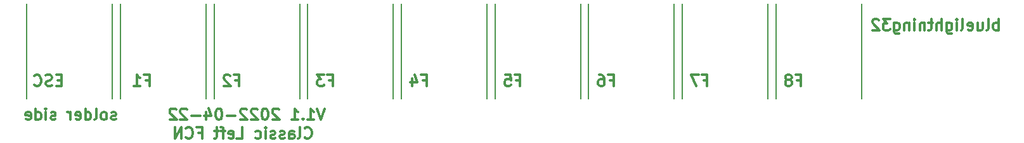
<source format=gbo>
%TF.GenerationSoftware,KiCad,Pcbnew,5.1.12-1.fc35*%
%TF.CreationDate,2022-04-23T06:04:12-07:00*%
%TF.ProjectId,left,6c656674-2e6b-4696-9361-645f70636258,v1.1*%
%TF.SameCoordinates,Original*%
%TF.FileFunction,Legend,Bot*%
%TF.FilePolarity,Positive*%
%FSLAX46Y46*%
G04 Gerber Fmt 4.6, Leading zero omitted, Abs format (unit mm)*
G04 Created by KiCad (PCBNEW 5.1.12-1.fc35) date 2022-04-23 06:04:12*
%MOMM*%
%LPD*%
G01*
G04 APERTURE LIST*
%ADD10C,0.300000*%
%ADD11C,0.150000*%
G04 APERTURE END LIST*
D10*
X214392857Y-104678571D02*
X214392857Y-103178571D01*
X214392857Y-103750000D02*
X214250000Y-103678571D01*
X213964285Y-103678571D01*
X213821428Y-103750000D01*
X213750000Y-103821428D01*
X213678571Y-103964285D01*
X213678571Y-104392857D01*
X213750000Y-104535714D01*
X213821428Y-104607142D01*
X213964285Y-104678571D01*
X214250000Y-104678571D01*
X214392857Y-104607142D01*
X212821428Y-104678571D02*
X212964285Y-104607142D01*
X213035714Y-104464285D01*
X213035714Y-103178571D01*
X211607142Y-103678571D02*
X211607142Y-104678571D01*
X212250000Y-103678571D02*
X212250000Y-104464285D01*
X212178571Y-104607142D01*
X212035714Y-104678571D01*
X211821428Y-104678571D01*
X211678571Y-104607142D01*
X211607142Y-104535714D01*
X210321428Y-104607142D02*
X210464285Y-104678571D01*
X210750000Y-104678571D01*
X210892857Y-104607142D01*
X210964285Y-104464285D01*
X210964285Y-103892857D01*
X210892857Y-103750000D01*
X210750000Y-103678571D01*
X210464285Y-103678571D01*
X210321428Y-103750000D01*
X210250000Y-103892857D01*
X210250000Y-104035714D01*
X210964285Y-104178571D01*
X209392857Y-104678571D02*
X209535714Y-104607142D01*
X209607142Y-104464285D01*
X209607142Y-103178571D01*
X208821428Y-104678571D02*
X208821428Y-103678571D01*
X208821428Y-103178571D02*
X208892857Y-103250000D01*
X208821428Y-103321428D01*
X208750000Y-103250000D01*
X208821428Y-103178571D01*
X208821428Y-103321428D01*
X207464285Y-103678571D02*
X207464285Y-104892857D01*
X207535714Y-105035714D01*
X207607142Y-105107142D01*
X207750000Y-105178571D01*
X207964285Y-105178571D01*
X208107142Y-105107142D01*
X207464285Y-104607142D02*
X207607142Y-104678571D01*
X207892857Y-104678571D01*
X208035714Y-104607142D01*
X208107142Y-104535714D01*
X208178571Y-104392857D01*
X208178571Y-103964285D01*
X208107142Y-103821428D01*
X208035714Y-103750000D01*
X207892857Y-103678571D01*
X207607142Y-103678571D01*
X207464285Y-103750000D01*
X206750000Y-104678571D02*
X206750000Y-103178571D01*
X206107142Y-104678571D02*
X206107142Y-103892857D01*
X206178571Y-103750000D01*
X206321428Y-103678571D01*
X206535714Y-103678571D01*
X206678571Y-103750000D01*
X206750000Y-103821428D01*
X205607142Y-103678571D02*
X205035714Y-103678571D01*
X205392857Y-103178571D02*
X205392857Y-104464285D01*
X205321428Y-104607142D01*
X205178571Y-104678571D01*
X205035714Y-104678571D01*
X204535714Y-103678571D02*
X204535714Y-104678571D01*
X204535714Y-103821428D02*
X204464285Y-103750000D01*
X204321428Y-103678571D01*
X204107142Y-103678571D01*
X203964285Y-103750000D01*
X203892857Y-103892857D01*
X203892857Y-104678571D01*
X203178571Y-104678571D02*
X203178571Y-103678571D01*
X203178571Y-103178571D02*
X203250000Y-103250000D01*
X203178571Y-103321428D01*
X203107142Y-103250000D01*
X203178571Y-103178571D01*
X203178571Y-103321428D01*
X202464285Y-103678571D02*
X202464285Y-104678571D01*
X202464285Y-103821428D02*
X202392857Y-103750000D01*
X202250000Y-103678571D01*
X202035714Y-103678571D01*
X201892857Y-103750000D01*
X201821428Y-103892857D01*
X201821428Y-104678571D01*
X200464285Y-103678571D02*
X200464285Y-104892857D01*
X200535714Y-105035714D01*
X200607142Y-105107142D01*
X200750000Y-105178571D01*
X200964285Y-105178571D01*
X201107142Y-105107142D01*
X200464285Y-104607142D02*
X200607142Y-104678571D01*
X200892857Y-104678571D01*
X201035714Y-104607142D01*
X201107142Y-104535714D01*
X201178571Y-104392857D01*
X201178571Y-103964285D01*
X201107142Y-103821428D01*
X201035714Y-103750000D01*
X200892857Y-103678571D01*
X200607142Y-103678571D01*
X200464285Y-103750000D01*
X199892857Y-103178571D02*
X198964285Y-103178571D01*
X199464285Y-103750000D01*
X199250000Y-103750000D01*
X199107142Y-103821428D01*
X199035714Y-103892857D01*
X198964285Y-104035714D01*
X198964285Y-104392857D01*
X199035714Y-104535714D01*
X199107142Y-104607142D01*
X199250000Y-104678571D01*
X199678571Y-104678571D01*
X199821428Y-104607142D01*
X199892857Y-104535714D01*
X198392857Y-103321428D02*
X198321428Y-103250000D01*
X198178571Y-103178571D01*
X197821428Y-103178571D01*
X197678571Y-103250000D01*
X197607142Y-103321428D01*
X197535714Y-103464285D01*
X197535714Y-103607142D01*
X197607142Y-103821428D01*
X198464285Y-104678571D01*
X197535714Y-104678571D01*
X124428571Y-115178571D02*
X123928571Y-116678571D01*
X123428571Y-115178571D01*
X122142857Y-116678571D02*
X123000000Y-116678571D01*
X122571428Y-116678571D02*
X122571428Y-115178571D01*
X122714285Y-115392857D01*
X122857142Y-115535714D01*
X123000000Y-115607142D01*
X121500000Y-116535714D02*
X121428571Y-116607142D01*
X121500000Y-116678571D01*
X121571428Y-116607142D01*
X121500000Y-116535714D01*
X121500000Y-116678571D01*
X120000000Y-116678571D02*
X120857142Y-116678571D01*
X120428571Y-116678571D02*
X120428571Y-115178571D01*
X120571428Y-115392857D01*
X120714285Y-115535714D01*
X120857142Y-115607142D01*
X118285714Y-115321428D02*
X118214285Y-115250000D01*
X118071428Y-115178571D01*
X117714285Y-115178571D01*
X117571428Y-115250000D01*
X117500000Y-115321428D01*
X117428571Y-115464285D01*
X117428571Y-115607142D01*
X117500000Y-115821428D01*
X118357142Y-116678571D01*
X117428571Y-116678571D01*
X116500000Y-115178571D02*
X116357142Y-115178571D01*
X116214285Y-115250000D01*
X116142857Y-115321428D01*
X116071428Y-115464285D01*
X116000000Y-115750000D01*
X116000000Y-116107142D01*
X116071428Y-116392857D01*
X116142857Y-116535714D01*
X116214285Y-116607142D01*
X116357142Y-116678571D01*
X116500000Y-116678571D01*
X116642857Y-116607142D01*
X116714285Y-116535714D01*
X116785714Y-116392857D01*
X116857142Y-116107142D01*
X116857142Y-115750000D01*
X116785714Y-115464285D01*
X116714285Y-115321428D01*
X116642857Y-115250000D01*
X116500000Y-115178571D01*
X115428571Y-115321428D02*
X115357142Y-115250000D01*
X115214285Y-115178571D01*
X114857142Y-115178571D01*
X114714285Y-115250000D01*
X114642857Y-115321428D01*
X114571428Y-115464285D01*
X114571428Y-115607142D01*
X114642857Y-115821428D01*
X115500000Y-116678571D01*
X114571428Y-116678571D01*
X114000000Y-115321428D02*
X113928571Y-115250000D01*
X113785714Y-115178571D01*
X113428571Y-115178571D01*
X113285714Y-115250000D01*
X113214285Y-115321428D01*
X113142857Y-115464285D01*
X113142857Y-115607142D01*
X113214285Y-115821428D01*
X114071428Y-116678571D01*
X113142857Y-116678571D01*
X112500000Y-116107142D02*
X111357142Y-116107142D01*
X110357142Y-115178571D02*
X110214285Y-115178571D01*
X110071428Y-115250000D01*
X110000000Y-115321428D01*
X109928571Y-115464285D01*
X109857142Y-115750000D01*
X109857142Y-116107142D01*
X109928571Y-116392857D01*
X110000000Y-116535714D01*
X110071428Y-116607142D01*
X110214285Y-116678571D01*
X110357142Y-116678571D01*
X110500000Y-116607142D01*
X110571428Y-116535714D01*
X110642857Y-116392857D01*
X110714285Y-116107142D01*
X110714285Y-115750000D01*
X110642857Y-115464285D01*
X110571428Y-115321428D01*
X110500000Y-115250000D01*
X110357142Y-115178571D01*
X108571428Y-115678571D02*
X108571428Y-116678571D01*
X108928571Y-115107142D02*
X109285714Y-116178571D01*
X108357142Y-116178571D01*
X107785714Y-116107142D02*
X106642857Y-116107142D01*
X106000000Y-115321428D02*
X105928571Y-115250000D01*
X105785714Y-115178571D01*
X105428571Y-115178571D01*
X105285714Y-115250000D01*
X105214285Y-115321428D01*
X105142857Y-115464285D01*
X105142857Y-115607142D01*
X105214285Y-115821428D01*
X106071428Y-116678571D01*
X105142857Y-116678571D01*
X104571428Y-115321428D02*
X104500000Y-115250000D01*
X104357142Y-115178571D01*
X104000000Y-115178571D01*
X103857142Y-115250000D01*
X103785714Y-115321428D01*
X103714285Y-115464285D01*
X103714285Y-115607142D01*
X103785714Y-115821428D01*
X104642857Y-116678571D01*
X103714285Y-116678571D01*
X96535714Y-116607142D02*
X96392857Y-116678571D01*
X96107142Y-116678571D01*
X95964285Y-116607142D01*
X95892857Y-116464285D01*
X95892857Y-116392857D01*
X95964285Y-116250000D01*
X96107142Y-116178571D01*
X96321428Y-116178571D01*
X96464285Y-116107142D01*
X96535714Y-115964285D01*
X96535714Y-115892857D01*
X96464285Y-115750000D01*
X96321428Y-115678571D01*
X96107142Y-115678571D01*
X95964285Y-115750000D01*
X95035714Y-116678571D02*
X95178571Y-116607142D01*
X95250000Y-116535714D01*
X95321428Y-116392857D01*
X95321428Y-115964285D01*
X95250000Y-115821428D01*
X95178571Y-115750000D01*
X95035714Y-115678571D01*
X94821428Y-115678571D01*
X94678571Y-115750000D01*
X94607142Y-115821428D01*
X94535714Y-115964285D01*
X94535714Y-116392857D01*
X94607142Y-116535714D01*
X94678571Y-116607142D01*
X94821428Y-116678571D01*
X95035714Y-116678571D01*
X93678571Y-116678571D02*
X93821428Y-116607142D01*
X93892857Y-116464285D01*
X93892857Y-115178571D01*
X92464285Y-116678571D02*
X92464285Y-115178571D01*
X92464285Y-116607142D02*
X92607142Y-116678571D01*
X92892857Y-116678571D01*
X93035714Y-116607142D01*
X93107142Y-116535714D01*
X93178571Y-116392857D01*
X93178571Y-115964285D01*
X93107142Y-115821428D01*
X93035714Y-115750000D01*
X92892857Y-115678571D01*
X92607142Y-115678571D01*
X92464285Y-115750000D01*
X91178571Y-116607142D02*
X91321428Y-116678571D01*
X91607142Y-116678571D01*
X91750000Y-116607142D01*
X91821428Y-116464285D01*
X91821428Y-115892857D01*
X91750000Y-115750000D01*
X91607142Y-115678571D01*
X91321428Y-115678571D01*
X91178571Y-115750000D01*
X91107142Y-115892857D01*
X91107142Y-116035714D01*
X91821428Y-116178571D01*
X90464285Y-116678571D02*
X90464285Y-115678571D01*
X90464285Y-115964285D02*
X90392857Y-115821428D01*
X90321428Y-115750000D01*
X90178571Y-115678571D01*
X90035714Y-115678571D01*
X88464285Y-116607142D02*
X88321428Y-116678571D01*
X88035714Y-116678571D01*
X87892857Y-116607142D01*
X87821428Y-116464285D01*
X87821428Y-116392857D01*
X87892857Y-116250000D01*
X88035714Y-116178571D01*
X88250000Y-116178571D01*
X88392857Y-116107142D01*
X88464285Y-115964285D01*
X88464285Y-115892857D01*
X88392857Y-115750000D01*
X88250000Y-115678571D01*
X88035714Y-115678571D01*
X87892857Y-115750000D01*
X87178571Y-116678571D02*
X87178571Y-115678571D01*
X87178571Y-115178571D02*
X87250000Y-115250000D01*
X87178571Y-115321428D01*
X87107142Y-115250000D01*
X87178571Y-115178571D01*
X87178571Y-115321428D01*
X85821428Y-116678571D02*
X85821428Y-115178571D01*
X85821428Y-116607142D02*
X85964285Y-116678571D01*
X86250000Y-116678571D01*
X86392857Y-116607142D01*
X86464285Y-116535714D01*
X86535714Y-116392857D01*
X86535714Y-115964285D01*
X86464285Y-115821428D01*
X86392857Y-115750000D01*
X86250000Y-115678571D01*
X85964285Y-115678571D01*
X85821428Y-115750000D01*
X84535714Y-116607142D02*
X84678571Y-116678571D01*
X84964285Y-116678571D01*
X85107142Y-116607142D01*
X85178571Y-116464285D01*
X85178571Y-115892857D01*
X85107142Y-115750000D01*
X84964285Y-115678571D01*
X84678571Y-115678571D01*
X84535714Y-115750000D01*
X84464285Y-115892857D01*
X84464285Y-116035714D01*
X85178571Y-116178571D01*
X121750000Y-119035714D02*
X121821428Y-119107142D01*
X122035714Y-119178571D01*
X122178571Y-119178571D01*
X122392857Y-119107142D01*
X122535714Y-118964285D01*
X122607142Y-118821428D01*
X122678571Y-118535714D01*
X122678571Y-118321428D01*
X122607142Y-118035714D01*
X122535714Y-117892857D01*
X122392857Y-117750000D01*
X122178571Y-117678571D01*
X122035714Y-117678571D01*
X121821428Y-117750000D01*
X121750000Y-117821428D01*
X120892857Y-119178571D02*
X121035714Y-119107142D01*
X121107142Y-118964285D01*
X121107142Y-117678571D01*
X119678571Y-119178571D02*
X119678571Y-118392857D01*
X119750000Y-118250000D01*
X119892857Y-118178571D01*
X120178571Y-118178571D01*
X120321428Y-118250000D01*
X119678571Y-119107142D02*
X119821428Y-119178571D01*
X120178571Y-119178571D01*
X120321428Y-119107142D01*
X120392857Y-118964285D01*
X120392857Y-118821428D01*
X120321428Y-118678571D01*
X120178571Y-118607142D01*
X119821428Y-118607142D01*
X119678571Y-118535714D01*
X119035714Y-119107142D02*
X118892857Y-119178571D01*
X118607142Y-119178571D01*
X118464285Y-119107142D01*
X118392857Y-118964285D01*
X118392857Y-118892857D01*
X118464285Y-118750000D01*
X118607142Y-118678571D01*
X118821428Y-118678571D01*
X118964285Y-118607142D01*
X119035714Y-118464285D01*
X119035714Y-118392857D01*
X118964285Y-118250000D01*
X118821428Y-118178571D01*
X118607142Y-118178571D01*
X118464285Y-118250000D01*
X117821428Y-119107142D02*
X117678571Y-119178571D01*
X117392857Y-119178571D01*
X117250000Y-119107142D01*
X117178571Y-118964285D01*
X117178571Y-118892857D01*
X117250000Y-118750000D01*
X117392857Y-118678571D01*
X117607142Y-118678571D01*
X117750000Y-118607142D01*
X117821428Y-118464285D01*
X117821428Y-118392857D01*
X117750000Y-118250000D01*
X117607142Y-118178571D01*
X117392857Y-118178571D01*
X117250000Y-118250000D01*
X116535714Y-119178571D02*
X116535714Y-118178571D01*
X116535714Y-117678571D02*
X116607142Y-117750000D01*
X116535714Y-117821428D01*
X116464285Y-117750000D01*
X116535714Y-117678571D01*
X116535714Y-117821428D01*
X115178571Y-119107142D02*
X115321428Y-119178571D01*
X115607142Y-119178571D01*
X115750000Y-119107142D01*
X115821428Y-119035714D01*
X115892857Y-118892857D01*
X115892857Y-118464285D01*
X115821428Y-118321428D01*
X115750000Y-118250000D01*
X115607142Y-118178571D01*
X115321428Y-118178571D01*
X115178571Y-118250000D01*
X112678571Y-119178571D02*
X113392857Y-119178571D01*
X113392857Y-117678571D01*
X111607142Y-119107142D02*
X111750000Y-119178571D01*
X112035714Y-119178571D01*
X112178571Y-119107142D01*
X112250000Y-118964285D01*
X112250000Y-118392857D01*
X112178571Y-118250000D01*
X112035714Y-118178571D01*
X111750000Y-118178571D01*
X111607142Y-118250000D01*
X111535714Y-118392857D01*
X111535714Y-118535714D01*
X112250000Y-118678571D01*
X111107142Y-118178571D02*
X110535714Y-118178571D01*
X110892857Y-119178571D02*
X110892857Y-117892857D01*
X110821428Y-117750000D01*
X110678571Y-117678571D01*
X110535714Y-117678571D01*
X110250000Y-118178571D02*
X109678571Y-118178571D01*
X110035714Y-117678571D02*
X110035714Y-118964285D01*
X109964285Y-119107142D01*
X109821428Y-119178571D01*
X109678571Y-119178571D01*
X107535714Y-118392857D02*
X108035714Y-118392857D01*
X108035714Y-119178571D02*
X108035714Y-117678571D01*
X107321428Y-117678571D01*
X105892857Y-119035714D02*
X105964285Y-119107142D01*
X106178571Y-119178571D01*
X106321428Y-119178571D01*
X106535714Y-119107142D01*
X106678571Y-118964285D01*
X106750000Y-118821428D01*
X106821428Y-118535714D01*
X106821428Y-118321428D01*
X106750000Y-118035714D01*
X106678571Y-117892857D01*
X106535714Y-117750000D01*
X106321428Y-117678571D01*
X106178571Y-117678571D01*
X105964285Y-117750000D01*
X105892857Y-117821428D01*
X105250000Y-119178571D02*
X105250000Y-117678571D01*
X104392857Y-119178571D01*
X104392857Y-117678571D01*
X112500000Y-111392857D02*
X113000000Y-111392857D01*
X113000000Y-112178571D02*
X113000000Y-110678571D01*
X112285714Y-110678571D01*
X111785714Y-110821428D02*
X111714285Y-110750000D01*
X111571428Y-110678571D01*
X111214285Y-110678571D01*
X111071428Y-110750000D01*
X111000000Y-110821428D01*
X110928571Y-110964285D01*
X110928571Y-111107142D01*
X111000000Y-111321428D01*
X111857142Y-112178571D01*
X110928571Y-112178571D01*
X187500000Y-111392857D02*
X188000000Y-111392857D01*
X188000000Y-112178571D02*
X188000000Y-110678571D01*
X187285714Y-110678571D01*
X186500000Y-111321428D02*
X186642857Y-111250000D01*
X186714285Y-111178571D01*
X186785714Y-111035714D01*
X186785714Y-110964285D01*
X186714285Y-110821428D01*
X186642857Y-110750000D01*
X186500000Y-110678571D01*
X186214285Y-110678571D01*
X186071428Y-110750000D01*
X186000000Y-110821428D01*
X185928571Y-110964285D01*
X185928571Y-111035714D01*
X186000000Y-111178571D01*
X186071428Y-111250000D01*
X186214285Y-111321428D01*
X186500000Y-111321428D01*
X186642857Y-111392857D01*
X186714285Y-111464285D01*
X186785714Y-111607142D01*
X186785714Y-111892857D01*
X186714285Y-112035714D01*
X186642857Y-112107142D01*
X186500000Y-112178571D01*
X186214285Y-112178571D01*
X186071428Y-112107142D01*
X186000000Y-112035714D01*
X185928571Y-111892857D01*
X185928571Y-111607142D01*
X186000000Y-111464285D01*
X186071428Y-111392857D01*
X186214285Y-111321428D01*
X175000000Y-111392857D02*
X175500000Y-111392857D01*
X175500000Y-112178571D02*
X175500000Y-110678571D01*
X174785714Y-110678571D01*
X174357142Y-110678571D02*
X173357142Y-110678571D01*
X174000000Y-112178571D01*
X162500000Y-111392857D02*
X163000000Y-111392857D01*
X163000000Y-112178571D02*
X163000000Y-110678571D01*
X162285714Y-110678571D01*
X161071428Y-110678571D02*
X161357142Y-110678571D01*
X161500000Y-110750000D01*
X161571428Y-110821428D01*
X161714285Y-111035714D01*
X161785714Y-111321428D01*
X161785714Y-111892857D01*
X161714285Y-112035714D01*
X161642857Y-112107142D01*
X161500000Y-112178571D01*
X161214285Y-112178571D01*
X161071428Y-112107142D01*
X161000000Y-112035714D01*
X160928571Y-111892857D01*
X160928571Y-111535714D01*
X161000000Y-111392857D01*
X161071428Y-111321428D01*
X161214285Y-111250000D01*
X161500000Y-111250000D01*
X161642857Y-111321428D01*
X161714285Y-111392857D01*
X161785714Y-111535714D01*
X150000000Y-111392857D02*
X150500000Y-111392857D01*
X150500000Y-112178571D02*
X150500000Y-110678571D01*
X149785714Y-110678571D01*
X148500000Y-110678571D02*
X149214285Y-110678571D01*
X149285714Y-111392857D01*
X149214285Y-111321428D01*
X149071428Y-111250000D01*
X148714285Y-111250000D01*
X148571428Y-111321428D01*
X148500000Y-111392857D01*
X148428571Y-111535714D01*
X148428571Y-111892857D01*
X148500000Y-112035714D01*
X148571428Y-112107142D01*
X148714285Y-112178571D01*
X149071428Y-112178571D01*
X149214285Y-112107142D01*
X149285714Y-112035714D01*
X137500000Y-111392857D02*
X138000000Y-111392857D01*
X138000000Y-112178571D02*
X138000000Y-110678571D01*
X137285714Y-110678571D01*
X136071428Y-111178571D02*
X136071428Y-112178571D01*
X136428571Y-110607142D02*
X136785714Y-111678571D01*
X135857142Y-111678571D01*
X125000000Y-111392857D02*
X125500000Y-111392857D01*
X125500000Y-112178571D02*
X125500000Y-110678571D01*
X124785714Y-110678571D01*
X124357142Y-110678571D02*
X123428571Y-110678571D01*
X123928571Y-111250000D01*
X123714285Y-111250000D01*
X123571428Y-111321428D01*
X123500000Y-111392857D01*
X123428571Y-111535714D01*
X123428571Y-111892857D01*
X123500000Y-112035714D01*
X123571428Y-112107142D01*
X123714285Y-112178571D01*
X124142857Y-112178571D01*
X124285714Y-112107142D01*
X124357142Y-112035714D01*
X100500000Y-111392857D02*
X101000000Y-111392857D01*
X101000000Y-112178571D02*
X101000000Y-110678571D01*
X100285714Y-110678571D01*
X98928571Y-112178571D02*
X99785714Y-112178571D01*
X99357142Y-112178571D02*
X99357142Y-110678571D01*
X99500000Y-110892857D01*
X99642857Y-111035714D01*
X99785714Y-111107142D01*
X89285714Y-111392857D02*
X88785714Y-111392857D01*
X88571428Y-112178571D02*
X89285714Y-112178571D01*
X89285714Y-110678571D01*
X88571428Y-110678571D01*
X88000000Y-112107142D02*
X87785714Y-112178571D01*
X87428571Y-112178571D01*
X87285714Y-112107142D01*
X87214285Y-112035714D01*
X87142857Y-111892857D01*
X87142857Y-111750000D01*
X87214285Y-111607142D01*
X87285714Y-111535714D01*
X87428571Y-111464285D01*
X87714285Y-111392857D01*
X87857142Y-111321428D01*
X87928571Y-111250000D01*
X88000000Y-111107142D01*
X88000000Y-110964285D01*
X87928571Y-110821428D01*
X87857142Y-110750000D01*
X87714285Y-110678571D01*
X87357142Y-110678571D01*
X87142857Y-110750000D01*
X85642857Y-112035714D02*
X85714285Y-112107142D01*
X85928571Y-112178571D01*
X86071428Y-112178571D01*
X86285714Y-112107142D01*
X86428571Y-111964285D01*
X86500000Y-111821428D01*
X86571428Y-111535714D01*
X86571428Y-111321428D01*
X86500000Y-111035714D01*
X86428571Y-110892857D01*
X86285714Y-110750000D01*
X86071428Y-110678571D01*
X85928571Y-110678571D01*
X85714285Y-110750000D01*
X85642857Y-110821428D01*
D11*
%TO.C,F2*%
X109650000Y-101150000D02*
X109650000Y-113850000D01*
X121080000Y-101150000D02*
X121080000Y-113850000D01*
%TO.C,ESC1*%
X84650000Y-101150000D02*
X84650000Y-113850000D01*
X96080000Y-101150000D02*
X96080000Y-113850000D01*
%TO.C,F1*%
X97150000Y-101150000D02*
X97150000Y-113850000D01*
X108580000Y-101150000D02*
X108580000Y-113850000D01*
%TO.C,F3*%
X122150000Y-101150000D02*
X122150000Y-113850000D01*
X133580000Y-101150000D02*
X133580000Y-113850000D01*
%TO.C,F4*%
X134650000Y-101150000D02*
X134650000Y-113850000D01*
X146080000Y-101150000D02*
X146080000Y-113850000D01*
%TO.C,F5*%
X147150000Y-101150000D02*
X147150000Y-113850000D01*
X158580000Y-101150000D02*
X158580000Y-113850000D01*
%TO.C,F6*%
X159650000Y-101150000D02*
X159650000Y-113850000D01*
X171080000Y-101150000D02*
X171080000Y-113850000D01*
%TO.C,F7*%
X172150000Y-101150000D02*
X172150000Y-113850000D01*
X183580000Y-101150000D02*
X183580000Y-113850000D01*
%TO.C,F8*%
X184650000Y-101150000D02*
X184650000Y-113850000D01*
X196080000Y-101150000D02*
X196080000Y-113850000D01*
%TD*%
M02*

</source>
